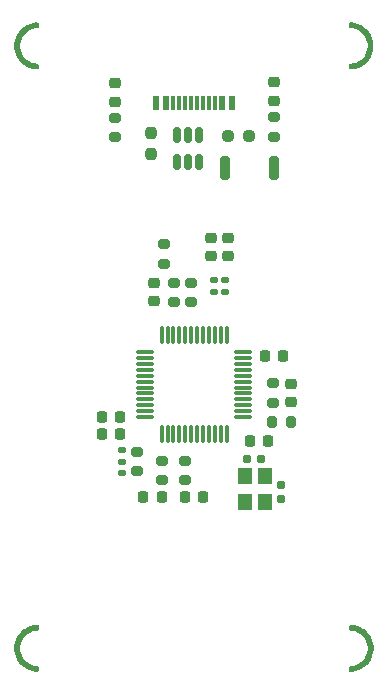
<source format=gbr>
%TF.GenerationSoftware,KiCad,Pcbnew,9.0.0*%
%TF.CreationDate,2025-05-07T16:38:21+03:00*%
%TF.ProjectId,Testing_USB-CAN,54657374-696e-4675-9f55-53422d43414e,rev?*%
%TF.SameCoordinates,Original*%
%TF.FileFunction,Paste,Top*%
%TF.FilePolarity,Positive*%
%FSLAX46Y46*%
G04 Gerber Fmt 4.6, Leading zero omitted, Abs format (unit mm)*
G04 Created by KiCad (PCBNEW 9.0.0) date 2025-05-07 16:38:21*
%MOMM*%
%LPD*%
G01*
G04 APERTURE LIST*
G04 Aperture macros list*
%AMRoundRect*
0 Rectangle with rounded corners*
0 $1 Rounding radius*
0 $2 $3 $4 $5 $6 $7 $8 $9 X,Y pos of 4 corners*
0 Add a 4 corners polygon primitive as box body*
4,1,4,$2,$3,$4,$5,$6,$7,$8,$9,$2,$3,0*
0 Add four circle primitives for the rounded corners*
1,1,$1+$1,$2,$3*
1,1,$1+$1,$4,$5*
1,1,$1+$1,$6,$7*
1,1,$1+$1,$8,$9*
0 Add four rect primitives between the rounded corners*
20,1,$1+$1,$2,$3,$4,$5,0*
20,1,$1+$1,$4,$5,$6,$7,0*
20,1,$1+$1,$6,$7,$8,$9,0*
20,1,$1+$1,$8,$9,$2,$3,0*%
G04 Aperture macros list end*
%ADD10RoundRect,0.225000X0.225000X0.250000X-0.225000X0.250000X-0.225000X-0.250000X0.225000X-0.250000X0*%
%ADD11RoundRect,0.155000X0.212500X0.155000X-0.212500X0.155000X-0.212500X-0.155000X0.212500X-0.155000X0*%
%ADD12RoundRect,0.225000X-0.225000X-0.250000X0.225000X-0.250000X0.225000X0.250000X-0.225000X0.250000X0*%
%ADD13RoundRect,0.218750X-0.256250X0.218750X-0.256250X-0.218750X0.256250X-0.218750X0.256250X0.218750X0*%
%ADD14RoundRect,0.218750X0.218750X0.256250X-0.218750X0.256250X-0.218750X-0.256250X0.218750X-0.256250X0*%
%ADD15RoundRect,0.225000X0.250000X-0.225000X0.250000X0.225000X-0.250000X0.225000X-0.250000X-0.225000X0*%
%ADD16R,0.600000X1.160000*%
%ADD17R,0.300000X1.160000*%
%ADD18RoundRect,0.200000X0.275000X-0.200000X0.275000X0.200000X-0.275000X0.200000X-0.275000X-0.200000X0*%
%ADD19RoundRect,0.200000X-0.275000X0.200000X-0.275000X-0.200000X0.275000X-0.200000X0.275000X0.200000X0*%
%ADD20RoundRect,0.150000X-0.150000X0.512500X-0.150000X-0.512500X0.150000X-0.512500X0.150000X0.512500X0*%
%ADD21RoundRect,0.135000X0.185000X-0.135000X0.185000X0.135000X-0.185000X0.135000X-0.185000X-0.135000X0*%
%ADD22R,1.200000X1.400000*%
%ADD23RoundRect,0.140000X-0.170000X0.140000X-0.170000X-0.140000X0.170000X-0.140000X0.170000X0.140000X0*%
%ADD24RoundRect,0.237500X-0.237500X0.250000X-0.237500X-0.250000X0.237500X-0.250000X0.237500X0.250000X0*%
%ADD25RoundRect,0.075000X0.075000X-0.662500X0.075000X0.662500X-0.075000X0.662500X-0.075000X-0.662500X0*%
%ADD26RoundRect,0.075000X0.662500X-0.075000X0.662500X0.075000X-0.662500X0.075000X-0.662500X-0.075000X0*%
%ADD27RoundRect,0.200000X0.200000X0.800000X-0.200000X0.800000X-0.200000X-0.800000X0.200000X-0.800000X0*%
%ADD28RoundRect,0.155000X-0.155000X0.212500X-0.155000X-0.212500X0.155000X-0.212500X0.155000X0.212500X0*%
%ADD29RoundRect,0.237500X-0.250000X-0.237500X0.250000X-0.237500X0.250000X0.237500X-0.250000X0.237500X0*%
%ADD30RoundRect,0.200000X-0.200000X-0.275000X0.200000X-0.275000X0.200000X0.275000X-0.200000X0.275000X0*%
%ADD31RoundRect,0.218750X-0.218750X-0.256250X0.218750X-0.256250X0.218750X0.256250X-0.218750X0.256250X0*%
G04 APERTURE END LIST*
D10*
%TO.C,C42*%
X120595000Y-122170000D03*
X119045000Y-122170000D03*
%TD*%
D11*
%TO.C,C70*%
X132482499Y-124214999D03*
X131347499Y-124214999D03*
%TD*%
D12*
%TO.C,C41*%
X131555000Y-122740000D03*
X133105000Y-122740000D03*
%TD*%
D13*
%TO.C,D12*%
X120110000Y-92442499D03*
X120110000Y-94017501D03*
%TD*%
D14*
%TO.C,D18*%
X127617500Y-127440000D03*
X126042498Y-127440000D03*
%TD*%
D15*
%TO.C,C71*%
X135012499Y-119460000D03*
X135012499Y-117910000D03*
%TD*%
D16*
%TO.C,J1*%
X130030000Y-94085000D03*
X129230000Y-94085000D03*
D17*
X128079999Y-94085000D03*
X127080000Y-94085000D03*
X126580000Y-94085000D03*
X125580001Y-94085000D03*
D16*
X124430000Y-94085000D03*
X123630000Y-94085000D03*
X123630000Y-94085000D03*
X124430000Y-94085000D03*
D17*
X125080000Y-94085000D03*
X126080000Y-94085000D03*
X127580000Y-94085000D03*
X128580000Y-94085000D03*
D16*
X129230000Y-94085000D03*
X130030000Y-94085000D03*
%TD*%
D18*
%TO.C,R25*%
X120110000Y-97020001D03*
X120110000Y-95370001D03*
%TD*%
D19*
%TO.C,R31*%
X126570001Y-109335001D03*
X126570001Y-110985001D03*
%TD*%
D12*
%TO.C,C28*%
X132855000Y-115550000D03*
X134405000Y-115550000D03*
%TD*%
D19*
%TO.C,R38*%
X125110000Y-109335000D03*
X125110000Y-110985000D03*
%TD*%
D20*
%TO.C,U6*%
X127289999Y-96802500D03*
X126340000Y-96802500D03*
X125390001Y-96802500D03*
X125390001Y-99077500D03*
X126340000Y-99077500D03*
X127289999Y-99077500D03*
%TD*%
D21*
%TO.C,R41*%
X128560000Y-110139999D03*
X128560000Y-109120001D03*
%TD*%
D22*
%TO.C,Y2*%
X131114999Y-125734999D03*
X131114999Y-127934999D03*
X132814999Y-127934999D03*
X132814999Y-125734999D03*
%TD*%
D23*
%TO.C,J14*%
X120753750Y-123510000D03*
X120753751Y-124470000D03*
X120753750Y-125430000D03*
%TD*%
D24*
%TO.C,R7*%
X123180000Y-96630000D03*
X123180000Y-98455000D03*
%TD*%
D19*
%TO.C,R28*%
X133557500Y-117860000D03*
X133557500Y-119510000D03*
%TD*%
D10*
%TO.C,C45*%
X120595000Y-120710000D03*
X119045000Y-120710000D03*
%TD*%
D18*
%TO.C,R39*%
X124290000Y-107735000D03*
X124290000Y-106085000D03*
%TD*%
D13*
%TO.C,D22*%
X128290000Y-105532499D03*
X128290000Y-107107501D03*
%TD*%
%TO.C,D20*%
X133580000Y-92372499D03*
X133580000Y-93947501D03*
%TD*%
%TO.C,D21*%
X129750000Y-105532499D03*
X129750000Y-107107501D03*
%TD*%
D25*
%TO.C,U2*%
X124099999Y-122122500D03*
X124599999Y-122122500D03*
X125099999Y-122122500D03*
X125600000Y-122122500D03*
X126099999Y-122122500D03*
X126599999Y-122122500D03*
X127099999Y-122122500D03*
X127599999Y-122122500D03*
X128099998Y-122122500D03*
X128599999Y-122122500D03*
X129099999Y-122122500D03*
X129599999Y-122122500D03*
D26*
X131012499Y-120710000D03*
X131012499Y-120210000D03*
X131012499Y-119710000D03*
X131012499Y-119209999D03*
X131012499Y-118710000D03*
X131012499Y-118210000D03*
X131012499Y-117710000D03*
X131012499Y-117210000D03*
X131012499Y-116710001D03*
X131012499Y-116210000D03*
X131012499Y-115710000D03*
X131012499Y-115210000D03*
D25*
X129599999Y-113797500D03*
X129099999Y-113797500D03*
X128599999Y-113797500D03*
X128099998Y-113797500D03*
X127599999Y-113797500D03*
X127099999Y-113797500D03*
X126599999Y-113797500D03*
X126099999Y-113797500D03*
X125600000Y-113797500D03*
X125099999Y-113797500D03*
X124599999Y-113797500D03*
X124099999Y-113797500D03*
D26*
X122687499Y-115210000D03*
X122687499Y-115710000D03*
X122687499Y-116210000D03*
X122687499Y-116710001D03*
X122687499Y-117210000D03*
X122687499Y-117710000D03*
X122687499Y-118210000D03*
X122687499Y-118710000D03*
X122687499Y-119209999D03*
X122687499Y-119710000D03*
X122687499Y-120210000D03*
X122687499Y-120710000D03*
%TD*%
D21*
%TO.C,R40*%
X129500000Y-110139999D03*
X129500000Y-109120001D03*
%TD*%
D18*
%TO.C,R50*%
X133580000Y-96955000D03*
X133580000Y-95305000D03*
%TD*%
D27*
%TO.C,SW1*%
X133640000Y-99580000D03*
X129440000Y-99580000D03*
%TD*%
D19*
%TO.C,R49*%
X124120000Y-124405000D03*
X124120000Y-126055000D03*
%TD*%
D28*
%TO.C,C49*%
X134184999Y-126467499D03*
X134184999Y-127602499D03*
%TD*%
D29*
%TO.C,R4*%
X129697500Y-96870000D03*
X131522500Y-96870000D03*
%TD*%
D18*
%TO.C,R29*%
X122001250Y-125300001D03*
X122001250Y-123650001D03*
%TD*%
D15*
%TO.C,C21*%
X123460000Y-110915000D03*
X123460000Y-109365000D03*
%TD*%
D30*
%TO.C,R27*%
X133437500Y-121090000D03*
X135087500Y-121090000D03*
%TD*%
D19*
%TO.C,R48*%
X126039999Y-124395000D03*
X126039999Y-126045000D03*
%TD*%
D31*
%TO.C,D19*%
X122552500Y-127440000D03*
X124127500Y-127440000D03*
%TD*%
G36*
X113631168Y-87299665D02*
G01*
X113677858Y-87351645D01*
X113690000Y-87405160D01*
X113690000Y-87658308D01*
X113670315Y-87725347D01*
X113617511Y-87771102D01*
X113576240Y-87781884D01*
X113382688Y-87797922D01*
X113142115Y-87858843D01*
X112914853Y-87958529D01*
X112707104Y-88094259D01*
X112707100Y-88094262D01*
X112524520Y-88262339D01*
X112524517Y-88262343D01*
X112372100Y-88458168D01*
X112372094Y-88458177D01*
X112253989Y-88676417D01*
X112253984Y-88676427D01*
X112173408Y-88911137D01*
X112132562Y-89155920D01*
X112132562Y-89404079D01*
X112173408Y-89648862D01*
X112253984Y-89883572D01*
X112253989Y-89883582D01*
X112372094Y-90101822D01*
X112372100Y-90101831D01*
X112524517Y-90297656D01*
X112524520Y-90297660D01*
X112707100Y-90465737D01*
X112707104Y-90465740D01*
X112914853Y-90601470D01*
X113142115Y-90701156D01*
X113382688Y-90762077D01*
X113576240Y-90778116D01*
X113641425Y-90803269D01*
X113682663Y-90859671D01*
X113690000Y-90901692D01*
X113690000Y-91154839D01*
X113670315Y-91221878D01*
X113617511Y-91267633D01*
X113563788Y-91278819D01*
X113494898Y-91277590D01*
X113479463Y-91276348D01*
X113213102Y-91238051D01*
X113195814Y-91234290D01*
X112938688Y-91158791D01*
X112922112Y-91152608D01*
X112678345Y-91041284D01*
X112662816Y-91032805D01*
X112437375Y-90887922D01*
X112423212Y-90877320D01*
X112220682Y-90701827D01*
X112208172Y-90689317D01*
X112032679Y-90486787D01*
X112022077Y-90472624D01*
X111877194Y-90247183D01*
X111868715Y-90231654D01*
X111757391Y-89987887D01*
X111751208Y-89971311D01*
X111675709Y-89714185D01*
X111671948Y-89696897D01*
X111633810Y-89431638D01*
X111632548Y-89413991D01*
X111632548Y-89146008D01*
X111633810Y-89128361D01*
X111671948Y-88863102D01*
X111675709Y-88845814D01*
X111751208Y-88588688D01*
X111757391Y-88572112D01*
X111868715Y-88328345D01*
X111877194Y-88312816D01*
X112022077Y-88087375D01*
X112032679Y-88073212D01*
X112208172Y-87870682D01*
X112220682Y-87858172D01*
X112423212Y-87682679D01*
X112437375Y-87672077D01*
X112662816Y-87527194D01*
X112678345Y-87518715D01*
X112922112Y-87407391D01*
X112938688Y-87401208D01*
X113195814Y-87325709D01*
X113213102Y-87321948D01*
X113479463Y-87283651D01*
X113494898Y-87282409D01*
X113563788Y-87281180D01*
X113631168Y-87299665D01*
G37*
G36*
X113631168Y-138299640D02*
G01*
X113677858Y-138351620D01*
X113690000Y-138405135D01*
X113690000Y-138658308D01*
X113670315Y-138725347D01*
X113617511Y-138771102D01*
X113576240Y-138781884D01*
X113382688Y-138797922D01*
X113142115Y-138858843D01*
X112914853Y-138958529D01*
X112707104Y-139094259D01*
X112707100Y-139094262D01*
X112524520Y-139262339D01*
X112524517Y-139262343D01*
X112372100Y-139458168D01*
X112372094Y-139458177D01*
X112253989Y-139676417D01*
X112253984Y-139676427D01*
X112173408Y-139911137D01*
X112132562Y-140155920D01*
X112132562Y-140404079D01*
X112173408Y-140648862D01*
X112253984Y-140883572D01*
X112253989Y-140883582D01*
X112372094Y-141101822D01*
X112372100Y-141101831D01*
X112524517Y-141297656D01*
X112524520Y-141297660D01*
X112707100Y-141465737D01*
X112707104Y-141465740D01*
X112914853Y-141601470D01*
X113142115Y-141701156D01*
X113382688Y-141762077D01*
X113576240Y-141778116D01*
X113641425Y-141803269D01*
X113682663Y-141859671D01*
X113690000Y-141901692D01*
X113690000Y-142154864D01*
X113670315Y-142221903D01*
X113617511Y-142267658D01*
X113563788Y-142278844D01*
X113494897Y-142277615D01*
X113479462Y-142276373D01*
X113213097Y-142238075D01*
X113195809Y-142234314D01*
X112938676Y-142158813D01*
X112922100Y-142152630D01*
X112678336Y-142041307D01*
X112662807Y-142032828D01*
X112437356Y-141887939D01*
X112423194Y-141877337D01*
X112220664Y-141701846D01*
X112208153Y-141689335D01*
X112032662Y-141486805D01*
X112022060Y-141472643D01*
X111877171Y-141247192D01*
X111868692Y-141231663D01*
X111757369Y-140987899D01*
X111751186Y-140971323D01*
X111675685Y-140714190D01*
X111671924Y-140696902D01*
X111633785Y-140431639D01*
X111632523Y-140413992D01*
X111632523Y-140146007D01*
X111633785Y-140128360D01*
X111671924Y-139863097D01*
X111675685Y-139845809D01*
X111751186Y-139588676D01*
X111757369Y-139572100D01*
X111868692Y-139328336D01*
X111877171Y-139312807D01*
X112022060Y-139087356D01*
X112032662Y-139073194D01*
X112208153Y-138870664D01*
X112220664Y-138858153D01*
X112423194Y-138682662D01*
X112437356Y-138672060D01*
X112662807Y-138527171D01*
X112678336Y-138518692D01*
X112922100Y-138407369D01*
X112938676Y-138401186D01*
X113195809Y-138325685D01*
X113213097Y-138321924D01*
X113479462Y-138283626D01*
X113494897Y-138282384D01*
X113563788Y-138281155D01*
X113631168Y-138299640D01*
G37*
G36*
X113631168Y-87299665D02*
G01*
X113677858Y-87351645D01*
X113690000Y-87405160D01*
X113690000Y-87658308D01*
X113670315Y-87725347D01*
X113617511Y-87771102D01*
X113576240Y-87781884D01*
X113382688Y-87797922D01*
X113142115Y-87858843D01*
X112914853Y-87958529D01*
X112707104Y-88094259D01*
X112707100Y-88094262D01*
X112524520Y-88262339D01*
X112524517Y-88262343D01*
X112372100Y-88458168D01*
X112372094Y-88458177D01*
X112253989Y-88676417D01*
X112253984Y-88676427D01*
X112173408Y-88911137D01*
X112132562Y-89155920D01*
X112132562Y-89404079D01*
X112173408Y-89648862D01*
X112253984Y-89883572D01*
X112253989Y-89883582D01*
X112372094Y-90101822D01*
X112372100Y-90101831D01*
X112524517Y-90297656D01*
X112524520Y-90297660D01*
X112707100Y-90465737D01*
X112707104Y-90465740D01*
X112914853Y-90601470D01*
X113142115Y-90701156D01*
X113382688Y-90762077D01*
X113576240Y-90778116D01*
X113641425Y-90803269D01*
X113682663Y-90859671D01*
X113690000Y-90901692D01*
X113690000Y-91154839D01*
X113670315Y-91221878D01*
X113617511Y-91267633D01*
X113563788Y-91278819D01*
X113494898Y-91277590D01*
X113479463Y-91276348D01*
X113213102Y-91238051D01*
X113195814Y-91234290D01*
X112938688Y-91158791D01*
X112922112Y-91152608D01*
X112678345Y-91041284D01*
X112662816Y-91032805D01*
X112437375Y-90887922D01*
X112423212Y-90877320D01*
X112220682Y-90701827D01*
X112208172Y-90689317D01*
X112032679Y-90486787D01*
X112022077Y-90472624D01*
X111877194Y-90247183D01*
X111868715Y-90231654D01*
X111757391Y-89987887D01*
X111751208Y-89971311D01*
X111675709Y-89714185D01*
X111671948Y-89696897D01*
X111633810Y-89431638D01*
X111632548Y-89413991D01*
X111632548Y-89146008D01*
X111633810Y-89128361D01*
X111671948Y-88863102D01*
X111675709Y-88845814D01*
X111751208Y-88588688D01*
X111757391Y-88572112D01*
X111868715Y-88328345D01*
X111877194Y-88312816D01*
X112022077Y-88087375D01*
X112032679Y-88073212D01*
X112208172Y-87870682D01*
X112220682Y-87858172D01*
X112423212Y-87682679D01*
X112437375Y-87672077D01*
X112662816Y-87527194D01*
X112678345Y-87518715D01*
X112922112Y-87407391D01*
X112938688Y-87401208D01*
X113195814Y-87325709D01*
X113213102Y-87321948D01*
X113479463Y-87283651D01*
X113494898Y-87282409D01*
X113563788Y-87281180D01*
X113631168Y-87299665D01*
G37*
G36*
X140165100Y-87282409D02*
G01*
X140180536Y-87283651D01*
X140446897Y-87321948D01*
X140464185Y-87325709D01*
X140721311Y-87401208D01*
X140737887Y-87407391D01*
X140981654Y-87518715D01*
X140997183Y-87527194D01*
X141222624Y-87672077D01*
X141236787Y-87682679D01*
X141439317Y-87858172D01*
X141451827Y-87870682D01*
X141627320Y-88073212D01*
X141637922Y-88087375D01*
X141782805Y-88312816D01*
X141791284Y-88328345D01*
X141902608Y-88572112D01*
X141908791Y-88588688D01*
X141984290Y-88845814D01*
X141988051Y-88863102D01*
X142026190Y-89128361D01*
X142027452Y-89146008D01*
X142027452Y-89413991D01*
X142026190Y-89431638D01*
X141988051Y-89696897D01*
X141984290Y-89714185D01*
X141908791Y-89971311D01*
X141902608Y-89987887D01*
X141791284Y-90231654D01*
X141782805Y-90247183D01*
X141637922Y-90472624D01*
X141627320Y-90486787D01*
X141451827Y-90689317D01*
X141439317Y-90701827D01*
X141236787Y-90877320D01*
X141222624Y-90887922D01*
X140997183Y-91032805D01*
X140981654Y-91041284D01*
X140737887Y-91152608D01*
X140721311Y-91158791D01*
X140464185Y-91234290D01*
X140446897Y-91238051D01*
X140180536Y-91276348D01*
X140165100Y-91277590D01*
X140106211Y-91278640D01*
X140038831Y-91260154D01*
X139992142Y-91208174D01*
X139980000Y-91154660D01*
X139980000Y-90900863D01*
X139999685Y-90833824D01*
X140052489Y-90788069D01*
X140093760Y-90777287D01*
X140277311Y-90762077D01*
X140517884Y-90701156D01*
X140745146Y-90601470D01*
X140952895Y-90465740D01*
X140952899Y-90465737D01*
X141135479Y-90297660D01*
X141135482Y-90297656D01*
X141287899Y-90101831D01*
X141287905Y-90101822D01*
X141406010Y-89883582D01*
X141406015Y-89883572D01*
X141486591Y-89648861D01*
X141527437Y-89404079D01*
X141529999Y-89280000D01*
X141527437Y-89155920D01*
X141486591Y-88911138D01*
X141406015Y-88676427D01*
X141406010Y-88676417D01*
X141287905Y-88458177D01*
X141287899Y-88458168D01*
X141135482Y-88262343D01*
X141135479Y-88262339D01*
X140952899Y-88094262D01*
X140952895Y-88094259D01*
X140745146Y-87958529D01*
X140517884Y-87858843D01*
X140277311Y-87797922D01*
X140093760Y-87782712D01*
X140028575Y-87757559D01*
X139987337Y-87701157D01*
X139980000Y-87659136D01*
X139980000Y-87405339D01*
X139999685Y-87338300D01*
X140052489Y-87292545D01*
X140106211Y-87281359D01*
X140165100Y-87282409D01*
G37*
G36*
X140175100Y-138282409D02*
G01*
X140190536Y-138283651D01*
X140456897Y-138321948D01*
X140474185Y-138325709D01*
X140731311Y-138401208D01*
X140747887Y-138407391D01*
X140991654Y-138518715D01*
X141007183Y-138527194D01*
X141232624Y-138672077D01*
X141246787Y-138682679D01*
X141449317Y-138858172D01*
X141461827Y-138870682D01*
X141637320Y-139073212D01*
X141647922Y-139087375D01*
X141792805Y-139312816D01*
X141801284Y-139328345D01*
X141912608Y-139572112D01*
X141918791Y-139588688D01*
X141994290Y-139845814D01*
X141998051Y-139863102D01*
X142036190Y-140128361D01*
X142037452Y-140146008D01*
X142037452Y-140413991D01*
X142036190Y-140431638D01*
X141998051Y-140696897D01*
X141994290Y-140714185D01*
X141918791Y-140971311D01*
X141912608Y-140987887D01*
X141801284Y-141231654D01*
X141792805Y-141247183D01*
X141647922Y-141472624D01*
X141637320Y-141486787D01*
X141461827Y-141689317D01*
X141449317Y-141701827D01*
X141246787Y-141877320D01*
X141232624Y-141887922D01*
X141007183Y-142032805D01*
X140991654Y-142041284D01*
X140747887Y-142152608D01*
X140731311Y-142158791D01*
X140474185Y-142234290D01*
X140456897Y-142238051D01*
X140190536Y-142276348D01*
X140175100Y-142277590D01*
X140116211Y-142278640D01*
X140048831Y-142260154D01*
X140002142Y-142208174D01*
X139990000Y-142154660D01*
X139990000Y-141900863D01*
X140009685Y-141833824D01*
X140062489Y-141788069D01*
X140103760Y-141777287D01*
X140287311Y-141762077D01*
X140527884Y-141701156D01*
X140755146Y-141601470D01*
X140962895Y-141465740D01*
X140962899Y-141465737D01*
X141145479Y-141297660D01*
X141145482Y-141297656D01*
X141297899Y-141101831D01*
X141297905Y-141101822D01*
X141416010Y-140883582D01*
X141416015Y-140883572D01*
X141496591Y-140648861D01*
X141537437Y-140404079D01*
X141539999Y-140280000D01*
X141537437Y-140155920D01*
X141496591Y-139911138D01*
X141416015Y-139676427D01*
X141416010Y-139676417D01*
X141297905Y-139458177D01*
X141297899Y-139458168D01*
X141145482Y-139262343D01*
X141145479Y-139262339D01*
X140962899Y-139094262D01*
X140962895Y-139094259D01*
X140755146Y-138958529D01*
X140527884Y-138858843D01*
X140287311Y-138797922D01*
X140103760Y-138782712D01*
X140038575Y-138757559D01*
X139997337Y-138701157D01*
X139990000Y-138659136D01*
X139990000Y-138405339D01*
X140009685Y-138338300D01*
X140062489Y-138292545D01*
X140116211Y-138281359D01*
X140175100Y-138282409D01*
G37*
M02*

</source>
